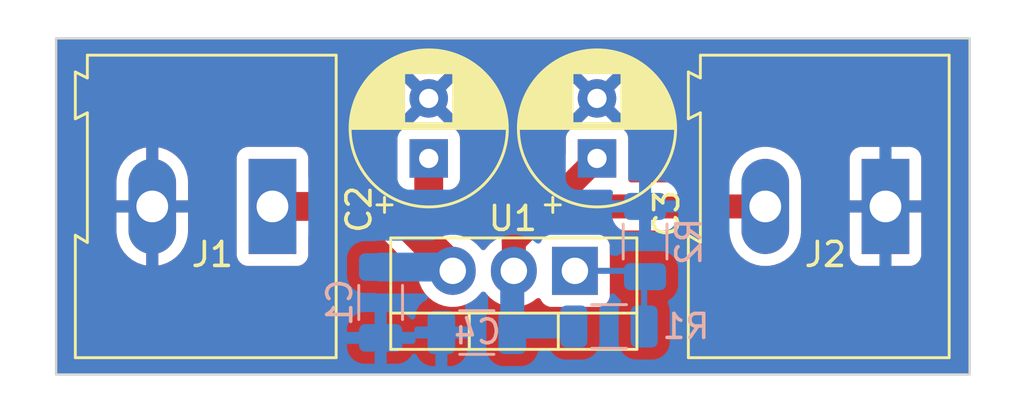
<source format=kicad_pcb>
(kicad_pcb (version 20221018) (generator pcbnew)
  (layers (0 "F.Cu" signal) (31 "B.Cu" signal) (34 "B.Paste" user) (35 "F.Paste" user) (36 "B.SilkS" user "B.Silkscreen") (37 "F.SilkS" user "F.Silkscreen") (38 "B.Mask" user) (39 "F.Mask" user) (44 "Edge.Cuts" user))
  (net 0 "")
  (net 1 "GND")
  (net 2 "/adj")
  (net 3 "/wejście")
  (net 4 "/wyjście")
  (footprint "Package_TO_SOT_THT:TO-220-3_Vertical" (layer "F.Cu") (at 132.58 81.182379 180)
    (fp_text reference "U1" (at 2.58 2.182379) (layer "F.SilkS"))
    (fp_text value "LM317_TO-220")
    (fp_line (start -2.58 -3.27) (end -2.58 1.371) (stroke (width 0.12)) (layer "F.SilkS"))
    (fp_line (start -2.58 -3.27) (end 7.66 -3.27) (stroke (width 0.12)) (layer "F.SilkS"))
    (fp_line (start -2.58 -1.76) (end 7.66 -1.76) (stroke (width 0.12)) (layer "F.SilkS"))
    (fp_line (start -2.58 1.371) (end 7.66 1.371) (stroke (width 0.12)) (layer "F.SilkS"))
    (fp_line (start 0.69 -3.27) (end 0.69 -1.76) (stroke (width 0.12)) (layer "F.SilkS"))
    (fp_line (start 4.391 -3.27) (end 4.391 -1.76) (stroke (width 0.12)) (layer "F.SilkS"))
    (fp_line (start 7.66 -3.27) (end 7.66 1.371) (stroke (width 0.12)) (layer "F.SilkS"))
    (pad "1" thru_hole rect (at 0 0 180) (size 1.905 2) (drill 1.1) (layers "*.Cu" "*.Mask") (net 2 "/adj"))
    (pad "2" thru_hole oval (at 2.54 0 180) (size 1.905 2) (drill 1.1) (layers "*.Cu" "*.Mask") (net 4 "/wyjście"))
    (pad "3" thru_hole oval (at 5.08 0 180) (size 1.905 2) (drill 1.1) (layers "*.Cu" "*.Mask") (net 3 "/wejście"))
  )
  (footprint "TerminalBlock:TerminalBlock_Altech_AK300-2_P5.00mm" (layer "F.Cu") (at 145.5 78.5 180)
    (fp_text reference "J2" (at 2.5 -2) (layer "F.SilkS"))
    (fp_text value "Screw_Terminal_01x02")
    (fp_line (start -2.65 -6.3) (end -2.65 6.3) (stroke (width 0.12)) (layer "F.SilkS"))
    (fp_line (start -2.65 6.3) (end 7.7 6.3) (stroke (width 0.12)) (layer "F.SilkS"))
    (fp_line (start 7.7 -1.5) (end 8.2 -1.2) (stroke (width 0.12)) (layer "F.SilkS"))
    (fp_line (start 7.7 3.9) (end 7.7 -1.5) (stroke (width 0.12)) (layer "F.SilkS"))
    (fp_line (start 7.7 5.35) (end 8.2 5.6) (stroke (width 0.12)) (layer "F.SilkS"))
    (fp_line (start 7.7 6.3) (end 7.7 5.35) (stroke (width 0.12)) (layer "F.SilkS"))
    (fp_line (start 8.2 -6.3) (end -2.65 -6.3) (stroke (width 0.12)) (layer "F.SilkS"))
    (fp_line (start 8.2 -1.2) (end 8.2 -6.3) (stroke (width 0.12)) (layer "F.SilkS"))
    (fp_line (start 8.2 3.65) (end 7.7 3.9) (stroke (width 0.12)) (layer "F.SilkS"))
    (fp_line (start 8.2 3.7) (end 8.2 3.65) (stroke (width 0.12)) (layer "F.SilkS"))
    (fp_line (start 8.2 5.6) (end 8.2 3.7) (stroke (width 0.12)) (layer "F.SilkS"))
    (pad "1" thru_hole rect (at 0 0 180) (size 1.98 3.96) (drill 1.32) (layers "*.Cu" "*.Mask") (net 1 "GND"))
    (pad "2" thru_hole oval (at 5 0 180) (size 1.98 3.96) (drill 1.32) (layers "*.Cu" "*.Mask") (net 4 "/wyjście"))
  )
  (footprint "TerminalBlock:TerminalBlock_Altech_AK300-2_P5.00mm" (layer "F.Cu") (at 120 78.5 180)
    (fp_text reference "J1" (at 2.5 -2) (layer "F.SilkS"))
    (fp_text value "Screw_Terminal_01x02")
    (fp_line (start -2.65 -6.3) (end -2.65 6.3) (stroke (width 0.12)) (layer "F.SilkS"))
    (fp_line (start -2.65 6.3) (end 7.7 6.3) (stroke (width 0.12)) (layer "F.SilkS"))
    (fp_line (start 7.7 -1.5) (end 8.2 -1.2) (stroke (width 0.12)) (layer "F.SilkS"))
    (fp_line (start 7.7 3.9) (end 7.7 -1.5) (stroke (width 0.12)) (layer "F.SilkS"))
    (fp_line (start 7.7 5.35) (end 8.2 5.6) (stroke (width 0.12)) (layer "F.SilkS"))
    (fp_line (start 7.7 6.3) (end 7.7 5.35) (stroke (width 0.12)) (layer "F.SilkS"))
    (fp_line (start 8.2 -6.3) (end -2.65 -6.3) (stroke (width 0.12)) (layer "F.SilkS"))
    (fp_line (start 8.2 -1.2) (end 8.2 -6.3) (stroke (width 0.12)) (layer "F.SilkS"))
    (fp_line (start 8.2 3.65) (end 7.7 3.9) (stroke (width 0.12)) (layer "F.SilkS"))
    (fp_line (start 8.2 3.7) (end 8.2 3.65) (stroke (width 0.12)) (layer "F.SilkS"))
    (fp_line (start 8.2 5.6) (end 8.2 3.7) (stroke (width 0.12)) (layer "F.SilkS"))
    (pad "1" thru_hole rect (at 0 0 180) (size 1.98 3.96) (drill 1.32) (layers "*.Cu" "*.Mask") (net 3 "/wejście"))
    (pad "2" thru_hole oval (at 5 0 180) (size 1.98 3.96) (drill 1.32) (layers "*.Cu" "*.Mask") (net 1 "GND"))
  )
  (footprint "Capacitor_THT:CP_Radial_D6.3mm_P2.50mm" (layer "F.Cu") (at 133.5 76.5 90)
    (fp_text reference "C3" (at -2.3 2.9 90) (layer "F.SilkS"))
    (fp_text value "470u")
    (fp_line (start -2.250241 -1.839) (end -1.620241 -1.839) (stroke (width 0.12)) (layer "F.SilkS"))
    (fp_line (start -1.935241 -2.154) (end -1.935241 -1.524) (stroke (width 0.12)) (layer "F.SilkS"))
    (fp_line (start 1.25 -3.23) (end 1.25 3.23) (stroke (width 0.12)) (layer "F.SilkS"))
    (fp_line (start 1.29 -3.23) (end 1.29 3.23) (stroke (width 0.12)) (layer "F.SilkS"))
    (fp_line (start 1.33 -3.23) (end 1.33 3.23) (stroke (width 0.12)) (layer "F.SilkS"))
    (fp_line (start 1.37 -3.228) (end 1.37 3.228) (stroke (width 0.12)) (layer "F.SilkS"))
    (fp_line (start 1.41 -3.227) (end 1.41 3.227) (stroke (width 0.12)) (layer "F.SilkS"))
    (fp_line (start 1.45 -3.224) (end 1.45 3.224) (stroke (width 0.12)) (layer "F.SilkS"))
    (fp_line (start 1.49 -3.222) (end 1.49 -1.04) (stroke (width 0.12)) (layer "F.SilkS"))
    (fp_line (start 1.49 1.04) (end 1.49 3.222) (stroke (width 0.12)) (layer "F.SilkS"))
    (fp_line (start 1.53 -3.218) (end 1.53 -1.04) (stroke (width 0.12)) (layer "F.SilkS"))
    (fp_line (start 1.53 1.04) (end 1.53 3.218) (stroke (width 0.12)) (layer "F.SilkS"))
    (fp_line (start 1.57 -3.215) (end 1.57 -1.04) (stroke (width 0.12)) (layer "F.SilkS"))
    (fp_line (start 1.57 1.04) (end 1.57 3.215) (stroke (width 0.12)) (layer "F.SilkS"))
    (fp_line (start 1.61 -3.211) (end 1.61 -1.04) (stroke (width 0.12)) (layer "F.SilkS"))
    (fp_line (start 1.61 1.04) (end 1.61 3.211) (stroke (width 0.12)) (layer "F.SilkS"))
    (fp_line (start 1.65 -3.206) (end 1.65 -1.04) (stroke (width 0.12)) (layer "F.SilkS"))
    (fp_line (start 1.65 1.04) (end 1.65 3.206) (stroke (width 0.12)) (layer "F.SilkS"))
    (fp_line (start 1.69 -3.201) (end 1.69 -1.04) (stroke (width 0.12)) (layer "F.SilkS"))
    (fp_line (start 1.69 1.04) (end 1.69 3.201) (stroke (width 0.12)) (layer "F.SilkS"))
    (fp_line (start 1.73 -3.195) (end 1.73 -1.04) (stroke (width 0.12)) (layer "F.SilkS"))
    (fp_line (start 1.73 1.04) (end 1.73 3.195) (stroke (width 0.12)) (layer "F.SilkS"))
    (fp_line (start 1.77 -3.189) (end 1.77 -1.04) (stroke (width 0.12)) (layer "F.SilkS"))
    (fp_line (start 1.77 1.04) (end 1.77 3.189) (stroke (width 0.12)) (layer "F.SilkS"))
    (fp_line (start 1.81 -3.182) (end 1.81 -1.04) (stroke (width 0.12)) (layer "F.SilkS"))
    (fp_line (start 1.81 1.04) (end 1.81 3.182) (stroke (width 0.12)) (layer "F.SilkS"))
    (fp_line (start 1.85 -3.175) (end 1.85 -1.04) (stroke (width 0.12)) (layer "F.SilkS"))
    (fp_line (start 1.85 1.04) (end 1.85 3.175) (stroke (width 0.12)) (layer "F.SilkS"))
    (fp_line (start 1.89 -3.167) (end 1.89 -1.04) (stroke (width 0.12)) (layer "F.SilkS"))
    (fp_line (start 1.89 1.04) (end 1.89 3.167) (stroke (width 0.12)) (layer "F.SilkS"))
    (fp_line (start 1.93 -3.159) (end 1.93 -1.04) (stroke (width 0.12)) (layer "F.SilkS"))
    (fp_line (start 1.93 1.04) (end 1.93 3.159) (stroke (width 0.12)) (layer "F.SilkS"))
    (fp_line (start 1.971 -3.15) (end 1.971 -1.04) (stroke (width 0.12)) (layer "F.SilkS"))
    (fp_line (start 1.971 1.04) (end 1.971 3.15) (stroke (width 0.12)) (layer "F.SilkS"))
    (fp_line (start 2.011 -3.141) (end 2.011 -1.04) (stroke (width 0.12)) (layer "F.SilkS"))
    (fp_line (start 2.011 1.04) (end 2.011 3.141) (stroke (width 0.12)) (layer "F.SilkS"))
    (fp_line (start 2.051 -3.131) (end 2.051 -1.04) (stroke (width 0.12)) (layer "F.SilkS"))
    (fp_line (start 2.051 1.04) (end 2.051 3.131) (stroke (width 0.12)) (layer "F.SilkS"))
    (fp_line (start 2.091 -3.121) (end 2.091 -1.04) (stroke (width 0.12)) (layer "F.SilkS"))
    (fp_line (start 2.091 1.04) (end 2.091 3.121) (stroke (width 0.12)) (layer "F.SilkS"))
    (fp_line (start 2.131 -3.11) (end 2.131 -1.04) (stroke (width 0.12)) (layer "F.SilkS"))
    (fp_line (start 2.131 1.04) (end 2.131 3.11) (stroke (width 0.12)) (layer "F.SilkS"))
    (fp_line (start 2.171 -3.098) (end 2.171 -1.04) (stroke (width 0.12)) (layer "F.SilkS"))
    (fp_line (start 2.171 1.04) (end 2.171 3.098) (stroke (width 0.12)) (layer "F.SilkS"))
    (fp_line (start 2.211 -3.086) (end 2.211 -1.04) (stroke (width 0.12)) (layer "F.SilkS"))
    (fp_line (start 2.211 1.04) (end 2.211 3.086) (stroke (width 0.12)) (layer "F.SilkS"))
    (fp_line (start 2.251 -3.074) (end 2.251 -1.04) (stroke (width 0.12)) (layer "F.SilkS"))
    (fp_line (start 2.251 1.04) (end 2.251 3.074) (stroke (width 0.12)) (layer "F.SilkS"))
    (fp_line (start 2.291 -3.061) (end 2.291 -1.04) (stroke (width 0.12)) (layer "F.SilkS"))
    (fp_line (start 2.291 1.04) (end 2.291 3.061) (stroke (width 0.12)) (layer "F.SilkS"))
    (fp_line (start 2.331 -3.047) (end 2.331 -1.04) (stroke (width 0.12)) (layer "F.SilkS"))
    (fp_line (start 2.331 1.04) (end 2.331 3.047) (stroke (width 0.12)) (layer "F.SilkS"))
    (fp_line (start 2.371 -3.033) (end 2.371 -1.04) (stroke (width 0.12)) (layer "F.SilkS"))
    (fp_line (start 2.371 1.04) (end 2.371 3.033) (stroke (width 0.12)) (layer "F.SilkS"))
    (fp_line (start 2.411 -3.018) (end 2.411 -1.04) (stroke (width 0.12)) (layer "F.SilkS"))
    (fp_line (start 2.411 1.04) (end 2.411 3.018) (stroke (width 0.12)) (layer "F.SilkS"))
    (fp_line (start 2.451 -3.002) (end 2.451 -1.04) (stroke (width 0.12)) (layer "F.SilkS"))
    (fp_line (start 2.451 1.04) (end 2.451 3.002) (stroke (width 0.12)) (layer "F.SilkS"))
    (fp_line (start 2.491 -2.986) (end 2.491 -1.04) (stroke (width 0.12)) (layer "F.SilkS"))
    (fp_line (start 2.491 1.04) (end 2.491 2.986) (stroke (width 0.12)) (layer "F.SilkS"))
    (fp_line (start 2.531 -2.97) (end 2.531 -1.04) (stroke (width 0.12)) (layer "F.SilkS"))
    (fp_line (start 2.531 1.04) (end 2.531 2.97) (stroke (width 0.12)) (layer "F.SilkS"))
    (fp_line (start 2.571 -2.952) (end 2.571 -1.04) (stroke (width 0.12)) (layer "F.SilkS"))
    (fp_line (start 2.571 1.04) (end 2.571 2.952) (stroke (width 0.12)) (layer "F.SilkS"))
    (fp_line (start 2.611 -2.934) (end 2.611 -1.04) (stroke (width 0.12)) (layer "F.SilkS"))
    (fp_line (start 2.611 1.04) (end 2.611 2.934) (stroke (width 0.12)) (layer "F.SilkS"))
    (fp_line (start 2.651 -2.916) (end 2.651 -1.04) (stroke (width 0.12)) (layer "F.SilkS"))
    (fp_line (start 2.651 1.04) (end 2.651 2.916) (stroke (width 0.12)) (layer "F.SilkS"))
    (fp_line (start 2.691 -2.896) (end 2.691 -1.04) (stroke (width 0.12)) (layer "F.SilkS"))
    (fp_line (start 2.691 1.04) (end 2.691 2.896) (stroke (width 0.12)) (layer "F.SilkS"))
    (fp_line (start 2.731 -2.876) (end 2.731 -1.04) (stroke (width 0.12)) (layer "F.SilkS"))
    (fp_line (start 2.731 1.04) (end 2.731 2.876) (stroke (width 0.12)) (layer "F.SilkS"))
    (fp_line (start 2.771 -2.856) (end 2.771 -1.04) (stroke (width 0.12)) (layer "F.SilkS"))
    (fp_line (start 2.771 1.04) (end 2.771 2.856) (stroke (width 0.12)) (layer "F.SilkS"))
    (fp_line (start 2.811 -2.834) (end 2.811 -1.04) (stroke (width 0.12)) (layer "F.SilkS"))
    (fp_line (start 2.811 1.04) (end 2.811 2.834) (stroke (width 0.12)) (layer "F.SilkS"))
    (fp_line (start 2.851 -2.812) (end 2.851 -1.04) (stroke (width 0.12)) (layer "F.SilkS"))
    (fp_line (start 2.851 1.04) (end 2.851 2.812) (stroke (width 0.12)) (layer "F.SilkS"))
    (fp_line (start 2.891 -2.79) (end 2.891 -1.04) (stroke (width 0.12)) (layer "F.SilkS"))
    (fp_line (start 2.891 1.04) (end 2.891 2.79) (stroke (width 0.12)) (layer "F.SilkS"))
    (fp_line (start 2.931 -2.766) (end 2.931 -1.04) (stroke (width 0.12)) (layer "F.SilkS"))
    (fp_line (start 2.931 1.04) (end 2.931 2.766) (stroke (width 0.12)) (layer "F.SilkS"))
    (fp_line (start 2.971 -2.742) (end 2.971 -1.04) (stroke (width 0.12)) (layer "F.SilkS"))
    (fp_line (start 2.971 1.04) (end 2.971 2.742) (stroke (width 0.12)) (layer "F.SilkS"))
    (fp_line (start 3.011 -2.716) (end 3.011 -1.04) (stroke (width 0.12)) (layer "F.SilkS"))
    (fp_line (start 3.011 1.04) (end 3.011 2.716) (stroke (width 0.12)) (layer "F.SilkS"))
    (fp_line (start 3.051 -2.69) (end 3.051 -1.04) (stroke (width 0.12)) (layer "F.SilkS"))
    (fp_line (start 3.051 1.04) (end 3.051 2.69) (stroke (width 0.12)) (layer "F.SilkS"))
    (fp_line (start 3.091 -2.664) (end 3.091 -1.04) (stroke (width 0.12)) (layer "F.SilkS"))
    (fp_line (start 3.091 1.04) (end 3.091 2.664) (stroke (width 0.12)) (layer "F.SilkS"))
    (fp_line (start 3.131 -2.636) (end 3.131 -1.04) (stroke (width 0.12)) (layer "F.SilkS"))
    (fp_line (start 3.131 1.04) (end 3.131 2.636) (stroke (width 0.12)) (layer "F.SilkS"))
    (fp_line (start 3.171 -2.607) (end 3.171 -1.04) (stroke (width 0.12)) (layer "F.SilkS"))
    (fp_line (start 3.171 1.04) (end 3.171 2.607) (stroke (width 0.12)) (layer "F.SilkS"))
    (fp_line (start 3.211 -2.578) (end 3.211 -1.04) (stroke (width 0.12)) (layer "F.SilkS"))
    (fp_line (start 3.211 1.04) (end 3.211 2.578) (stroke (width 0.12)) (layer "F.SilkS"))
    (fp_line (start 3.251 -2.548) (end 3.251 -1.04) (stroke (width 0.12)) (layer "F.SilkS"))
    (fp_line (start 3.251 1.04) (end 3.251 2.548) (stroke (width 0.12)) (layer "F.SilkS"))
    (fp_line (start 3.291 -2.516) (end 3.291 -1.04) (stroke (width 0.12)) (layer "F.SilkS"))
    (fp_line (start 3.291 1.04) (end 3.291 2.516) (stroke (width 0.12)) (layer "F.SilkS"))
    (fp_line (start 3.331 -2.484) (end 3.331 -1.04) (stroke (width 0.12)) (layer "F.SilkS"))
    (fp_line (start 3.331 1.04) (end 3.331 2.484) (stroke (width 0.12)) (layer "F.SilkS"))
    (fp_line (start 3.371 -2.45) (end 3.371 -1.04) (stroke (width 0.12)) (layer "F.SilkS"))
    (fp_line (start 3.371 1.04) (end 3.371 2.45) (stroke (width 0.12)) (layer "F.SilkS"))
    (fp_line (start 3.411 -2.416) (end 3.411 -1.04) (stroke (width 0.12)) (layer "F.SilkS"))
    (fp_line (start 3.411 1.04) (end 3.411 2.416) (stroke (width 0.12)) (layer "F.SilkS"))
    (fp_line (start 3.451 -2.38) (end 3.451 -1.04) (stroke (width 0.12)) (layer "F.SilkS"))
    (fp_line (start 3.451 1.04) (end 3.451 2.38) (stroke (width 0.12)) (layer "F.SilkS"))
    (fp_line (start 3.491 -2.343) (end 3.491 -1.04) (stroke (width 0.12)) (layer "F.SilkS"))
    (fp_line (start 3.491 1.04) (end 3.491 2.343) (stroke (width 0.12)) (layer "F.SilkS"))
    (fp_line (start 3.531 -2.305) (end 3.531 -1.04) (stroke (width 0.12)) (layer "F.SilkS"))
    (fp_line (start 3.531 1.04) (end 3.531 2.305) (stroke (width 0.12)) (layer "F.SilkS"))
    (fp_line (start 3.571 -2.265) (end 3.571 2.265) (stroke (width 0.12)) (layer "F.SilkS"))
    (fp_line (start 3.611 -2.224) (end 3.611 2.224) (stroke (width 0.12)) (layer "F.SilkS"))
    (fp_line (start 3.651 -2.182) (end 3.651 2.182) (stroke (width 0.12)) (layer "F.SilkS"))
    (fp_line (start 3.691 -2.137) (end 3.691 2.137) (stroke (width 0.12)) (layer "F.SilkS"))
    (fp_line (start 3.731 -2.092) (end 3.731 2.092) (stroke (width 0.12)) (layer "F.SilkS"))
    (fp_line (start 3.771 -2.044) (end 3.771 2.044) (stroke (width 0.12)) (layer "F.SilkS"))
    (fp_line (start 3.811 -1.995) (end 3.811 1.995) (stroke (width 0.12)) (layer "F.SilkS"))
    (fp_line (start 3.851 -1.944) (end 3.851 1.944) (stroke (width 0.12)) (layer "F.SilkS"))
    (fp_line (start 3.891 -1.89) (end 3.891 1.89) (stroke (width 0.12)) (layer "F.SilkS"))
    (fp_line (start 3.931 -1.834) (end 3.931 1.834) (stroke (width 0.12)) (layer "F.SilkS"))
    (fp_line (start 3.971 -1.776) (end 3.971 1.776) (stroke (width 0.12)) (layer "F.SilkS"))
    (fp_line (start 4.011 -1.714) (end 4.011 1.714) (stroke (width 0.12)) (layer "F.SilkS"))
    (fp_line (start 4.051 -1.65) (end 4.051 1.65) (stroke (width 0.12)) (layer "F.SilkS"))
    (fp_line (start 4.091 -1.581) (end 4.091 1.581) (stroke (width 0.12)) (layer "F.SilkS"))
    (fp_line (start 4.131 -1.509) (end 4.131 1.509) (stroke (width 0.12)) (layer "F.SilkS"))
    (fp_line (start 4.171 -1.432) (end 4.171 1.432) (stroke (width 0.12)) (layer "F.SilkS"))
    (fp_line (start 4.211 -1.35) (end 4.211 1.35) (stroke (width 0.12)) (layer "F.SilkS"))
    (fp_line (start 4.251 -1.262) (end 4.251 1.262) (stroke (width 0.12)) (layer "F.SilkS"))
    (fp_line (start 4.291 -1.165) (end 4.291 1.165) (stroke (width 0.12)) (layer "F.SilkS"))
    (fp_line (start 4.331 -1.059) (end 4.331 1.059) (stroke (width 0.12)) (layer "F.SilkS"))
    (fp_line (start 4.371 -0.94) (end 4.371 0.94) (stroke (width 0.12)) (layer "F.SilkS"))
    (fp_line (start 4.411 -0.802) (end 4.411 0.802) (stroke (width 0.12)) (layer "F.SilkS"))
    (fp_line (start 4.451 -0.633) (end 4.451 0.633) (stroke (width 0.12)) (layer "F.SilkS"))
    (fp_line (start 4.491 -0.402) (end 4.491 0.402) (stroke (width 0.12)) (layer "F.SilkS"))
    (fp_circle (center 1.25 0) (end 4.52 0) (stroke (width 0.12)) (fill none) (layer "F.SilkS"))
    (pad "1" thru_hole rect (at 0 0 90) (size 1.6 1.6) (drill 0.8) (layers "*.Cu" "*.Mask") (net 4 "/wyjście"))
    (pad "2" thru_hole circle (at 2.5 0 90) (size 1.6 1.6) (drill 0.8) (layers "*.Cu" "*.Mask") (net 1 "GND"))
  )
  (footprint "Capacitor_THT:CP_Radial_D6.3mm_P2.50mm" (layer "F.Cu") (at 126.5 76.5 90)
    (fp_text reference "C2" (at -2.117621 -2.9 90) (layer "F.SilkS"))
    (fp_text value "470u")
    (fp_line (start -2.250241 -1.839) (end -1.620241 -1.839) (stroke (width 0.12)) (layer "F.SilkS"))
    (fp_line (start -1.935241 -2.154) (end -1.935241 -1.524) (stroke (width 0.12)) (layer "F.SilkS"))
    (fp_line (start 1.25 -3.23) (end 1.25 3.23) (stroke (width 0.12)) (layer "F.SilkS"))
    (fp_line (start 1.29 -3.23) (end 1.29 3.23) (stroke (width 0.12)) (layer "F.SilkS"))
    (fp_line (start 1.33 -3.23) (end 1.33 3.23) (stroke (width 0.12)) (layer "F.SilkS"))
    (fp_line (start 1.37 -3.228) (end 1.37 3.228) (stroke (width 0.12)) (layer "F.SilkS"))
    (fp_line (start 1.41 -3.227) (end 1.41 3.227) (stroke (width 0.12)) (layer "F.SilkS"))
    (fp_line (start 1.45 -3.224) (end 1.45 3.224) (stroke (width 0.12)) (layer "F.SilkS"))
    (fp_line (start 1.49 -3.222) (end 1.49 -1.04) (stroke (width 0.12)) (layer "F.SilkS"))
    (fp_line (start 1.49 1.04) (end 1.49 3.222) (stroke (width 0.12)) (layer "F.SilkS"))
    (fp_line (start 1.53 -3.218) (end 1.53 -1.04) (stroke (width 0.12)) (layer "F.SilkS"))
    (fp_line (start 1.53 1.04) (end 1.53 3.218) (stroke (width 0.12)) (layer "F.SilkS"))
    (fp_line (start 1.57 -3.215) (end 1.57 -1.04) (stroke (width 0.12)) (layer "F.SilkS"))
    (fp_line (start 1.57 1.04) (end 1.57 3.215) (stroke (width 0.12)) (layer "F.SilkS"))
    (fp_line (start 1.61 -3.211) (end 1.61 -1.04) (stroke (width 0.12)) (layer "F.SilkS"))
    (fp_line (start 1.61 1.04) (end 1.61 3.211) (stroke (width 0.12)) (layer "F.SilkS"))
    (fp_line (start 1.65 -3.206) (end 1.65 -1.04) (stroke (width 0.12)) (layer "F.SilkS"))
    (fp_line (start 1.65 1.04) (end 1.65 3.206) (stroke (width 0.12)) (layer "F.SilkS"))
    (fp_line (start 1.69 -3.201) (end 1.69 -1.04) (stroke (width 0.12)) (layer "F.SilkS"))
    (fp_line (start 1.69 1.04) (end 1.69 3.201) (stroke (width 0.12)) (layer "F.SilkS"))
    (fp_line (start 1.73 -3.195) (end 1.73 -1.04) (stroke (width 0.12)) (layer "F.SilkS"))
    (fp_line (start 1.73 1.04) (end 1.73 3.195) (stroke (width 0.12)) (layer "F.SilkS"))
    (fp_line (start 1.77 -3.189) (end 1.77 -1.04) (stroke (width 0.12)) (layer "F.SilkS"))
    (fp_line (start 1.77 1.04) (end 1.77 3.189) (stroke (width 0.12)) (layer "F.SilkS"))
    (fp_line (start 1.81 -3.182) (end 1.81 -1.04) (stroke (width 0.12)) (layer "F.SilkS"))
    (fp_line (start 1.81 1.04) (end 1.81 3.182) (stroke (width 0.12)) (layer "F.SilkS"))
    (fp_line (start 1.85 -3.175) (end 1.85 -1.04) (stroke (width 0.12)) (layer "F.SilkS"))
    (fp_line (start 1.85 1.04) (end 1.85 3.175) (stroke (width 0.12)) (layer "F.SilkS"))
    (fp_line (start 1.89 -3.167) (end 1.89 -1.04) (stroke (width 0.12)) (layer "F.SilkS"))
    (fp_line (start 1.89 1.04) (end 1.89 3.167) (stroke (width 0.12)) (layer "F.SilkS"))
    (fp_line (start 1.93 -3.159) (end 1.93 -1.04) (stroke (width 0.12)) (layer "F.SilkS"))
    (fp_line (start 1.93 1.04) (end 1.93 3.159) (stroke (width 0.12)) (layer "F.SilkS"))
    (fp_line (start 1.971 -3.15) (end 1.971 -1.04) (stroke (width 0.12)) (layer "F.SilkS"))
    (fp_line (start 1.971 1.04) (end 1.971 3.15) (stroke (width 0.12)) (layer "F.SilkS"))
    (fp_line (start 2.011 -3.141) (end 2.011 -1.04) (stroke (width 0.12)) (layer "F.SilkS"))
    (fp_line (start 2.011 1.04) (end 2.011 3.141) (stroke (width 0.12)) (layer "F.SilkS"))
    (fp_line (start 2.051 -3.131) (end 2.051 -1.04) (stroke (width 0.12)) (layer "F.SilkS"))
    (fp_line (start 2.051 1.04) (end 2.051 3.131) (stroke (width 0.12)) (layer "F.SilkS"))
    (fp_line (start 2.091 -3.121) (end 2.091 -1.04) (stroke (width 0.12)) (layer "F.SilkS"))
    (fp_line (start 2.091 1.04) (end 2.091 3.121) (stroke (width 0.12)) (layer "F.SilkS"))
    (fp_line (start 2.131 -3.11) (end 2.131 -1.04) (stroke (width 0.12)) (layer "F.SilkS"))
    (fp_line (start 2.131 1.04) (end 2.131 3.11) (stroke (width 0.12)) (layer "F.SilkS"))
    (fp_line (start 2.171 -3.098) (end 2.171 -1.04) (stroke (width 0.12)) (layer "F.SilkS"))
    (fp_line (start 2.171 1.04) (end 2.171 3.098) (stroke (width 0.12)) (layer "F.SilkS"))
    (fp_line (start 2.211 -3.086) (end 2.211 -1.04) (stroke (width 0.12)) (layer "F.SilkS"))
    (fp_line (start 2.211 1.04) (end 2.211 3.086) (stroke (width 0.12)) (layer "F.SilkS"))
    (fp_line (start 2.251 -3.074) (end 2.251 -1.04) (stroke (width 0.12)) (layer "F.SilkS"))
    (fp_line (start 2.251 1.04) (end 2.251 3.074) (stroke (width 0.12)) (layer "F.SilkS"))
    (fp_line (start 2.291 -3.061) (end 2.291 -1.04) (stroke (width 0.12)) (layer "F.SilkS"))
    (fp_line (start 2.291 1.04) (end 2.291 3.061) (stroke (width 0.12)) (layer "F.SilkS"))
    (fp_line (start 2.331 -3.047) (end 2.331 -1.04) (stroke (width 0.12)) (layer "F.SilkS"))
    (fp_line (start 2.331 1.04) (end 2.331 3.047) (stroke (width 0.12)) (layer "F.SilkS"))
    (fp_line (start 2.371 -3.033) (end 2.371 -1.04) (stroke (width 0.12)) (layer "F.SilkS"))
    (fp_line (start 2.371 1.04) (end 2.371 3.033) (stroke (width 0.12)) (layer "F.SilkS"))
    (fp_line (start 2.411 -3.018) (end 2.411 -1.04) (stroke (width 0.12)) (layer "F.SilkS"))
    (fp_line (start 2.411 1.04) (end 2.411 3.018) (stroke (width 0.12)) (layer "F.SilkS"))
    (fp_line (start 2.451 -3.002) (end 2.451 -1.04) (stroke (width 0.12)) (layer "F.SilkS"))
    (fp_line (start 2.451 1.04) (end 2.451 3.002) (stroke (width 0.12)) (layer "F.SilkS"))
    (fp_line (start 2.491 -2.986) (end 2.491 -1.04) (stroke (width 0.12)) (layer "F.SilkS"))
    (fp_line (start 2.491 1.04) (end 2.491 2.986) (stroke (width 0.12)) (layer "F.SilkS"))
    (fp_line (start 2.531 -2.97) (end 2.531 -1.04) (stroke (width 0.12)) (layer "F.SilkS"))
    (fp_line (start 2.531 1.04) (end 2.531 2.97) (stroke (width 0.12)) (layer "F.SilkS"))
    (fp_line (start 2.571 -2.952) (end 2.571 -1.04) (stroke (width 0.12)) (layer "F.SilkS"))
    (fp_line (start 2.571 1.04) (end 2.571 2.952) (stroke (width 0.12)) (layer "F.SilkS"))
    (fp_line (start 2.611 -2.934) (end 2.611 -1.04) (stroke (width 0.12)) (layer "F.SilkS"))
    (fp_line (start 2.611 1.04) (end 2.611 2.934) (stroke (width 0.12)) (layer "F.SilkS"))
    (fp_line (start 2.651 -2.916) (end 2.651 -1.04) (stroke (width 0.12)) (layer "F.SilkS"))
    (fp_line (start 2.651 1.04) (end 2.651 2.916) (stroke (width 0.12)) (layer "F.SilkS"))
    (fp_line (start 2.691 -2.896) (end 2.691 -1.04) (stroke (width 0.12)) (layer "F.SilkS"))
    (fp_line (start 2.691 1.04) (end 2.691 2.896) (stroke (width 0.12)) (layer "F.SilkS"))
    (fp_line (start 2.731 -2.876) (end 2.731 -1.04) (stroke (width 0.12)) (layer "F.SilkS"))
    (fp_line (start 2.731 1.04) (end 2.731 2.876) (stroke (width 0.12)) (layer "F.SilkS"))
    (fp_line (start 2.771 -2.856) (end 2.771 -1.04) (stroke (width 0.12)) (layer "F.SilkS"))
    (fp_line (start 2.771 1.04) (end 2.771 2.856) (stroke (width 0.12)) (layer "F.SilkS"))
    (fp_line (start 2.811 -2.834) (end 2.811 -1.04) (stroke (width 0.12)) (layer "F.SilkS"))
    (fp_line (start 2.811 1.04) (end 2.811 2.834) (stroke (width 0.12)) (layer "F.SilkS"))
    (fp_line (start 2.851 -2.812) (end 2.851 -1.04) (stroke (width 0.12)) (layer "F.SilkS"))
    (fp_line (start 2.851 1.04) (end 2.851 2.812) (stroke (width 0.12)) (layer "F.SilkS"))
    (fp_line (start 2.891 -2.79) (end 2.891 -1.04) (stroke (width 0.12)) (layer "F.SilkS"))
    (fp_line (start 2.891 1.04) (end 2.891 2.79) (stroke (width 0.12)) (layer "F.SilkS"))
    (fp_line (start 2.931 -2.766) (end 2.931 -1.04) (stroke (width 0.12)) (layer "F.SilkS"))
    (fp_line (start 2.931 1.04) (end 2.931 2.766) (stroke (width 0.12)) (layer "F.SilkS"))
    (fp_line (start 2.971 -2.742) (end 2.971 -1.04) (stroke (width 0.12)) (layer "F.SilkS"))
    (fp_line (start 2.971 1.04) (end 2.971 2.742) (stroke (width 0.12)) (layer "F.SilkS"))
    (fp_line (start 3.011 -2.716) (end 3.011 -1.04) (stroke (width 0.12)) (layer "F.SilkS"))
    (fp_line (start 3.011 1.04) (end 3.011 2.716) (stroke (width 0.12)) (layer "F.SilkS"))
    (fp_line (start 3.051 -2.69) (end 3.051 -1.04) (stroke (width 0.12)) (layer "F.SilkS"))
    (fp_line (start 3.051 1.04) (end 3.051 2.69) (stroke (width 0.12)) (layer "F.SilkS"))
    (fp_line (start 3.091 -2.664) (end 3.091 -1.04) (stroke (width 0.12)) (layer "F.SilkS"))
    (fp_line (start 3.091 1.04) (end 3.091 2.664) (stroke (width 0.12)) (layer "F.SilkS"))
    (fp_line (start 3.131 -2.636) (end 3.131 -1.04) (stroke (width 0.12)) (layer "F.SilkS"))
    (fp_line (start 3.131 1.04) (end 3.131 2.636) (stroke (width 0.12)) (layer "F.SilkS"))
    (fp_line (start 3.171 -2.607) (end 3.171 -1.04) (stroke (width 0.12)) (layer "F.SilkS"))
    (fp_line (start 3.171 1.04) (end 3.171 2.607) (stroke (width 0.12)) (layer "F.SilkS"))
    (fp_line (start 3.211 -2.578) (end 3.211 -1.04) (stroke (width 0.12)) (layer "F.SilkS"))
    (fp_line (start 3.211 1.04) (end 3.211 2.578) (stroke (width 0.12)) (layer "F.SilkS"))
    (fp_line (start 3.251 -2.548) (end 3.251 -1.04) (stroke (width 0.12)) (layer "F.SilkS"))
    (fp_line (start 3.251 1.04) (end 3.251 2.548) (stroke (width 0.12)) (layer "F.SilkS"))
    (fp_line (start 3.291 -2.516) (end 3.291 -1.04) (stroke (width 0.12)) (layer "F.SilkS"))
    (fp_line (start 3.291 1.04) (end 3.291 2.516) (stroke (width 0.12)) (layer "F.SilkS"))
    (fp_line (start 3.331 -2.484) (end 3.331 -1.04) (stroke (width 0.12)) (layer "F.SilkS"))
    (fp_line (start 3.331 1.04) (end 3.331 2.484) (stroke (width 0.12)) (layer "F.SilkS"))
    (fp_line (start 3.371 -2.45) (end 3.371 -1.04) (stroke (width 0.12)) (layer "F.SilkS"))
    (fp_line (start 3.371 1.04) (end 3.371 2.45) (stroke (width 0.12)) (layer "F.SilkS"))
    (fp_line (start 3.411 -2.416) (end 3.411 -1.04) (stroke (width 0.12)) (layer "F.SilkS"))
    (fp_line (start 3.411 1.04) (end 3.411 2.416) (stroke (width 0.12)) (layer "F.SilkS"))
    (fp_line (start 3.451 -2.38) (end 3.451 -1.04) (stroke (width 0.12)) (layer "F.SilkS"))
    (fp_line (start 3.451 1.04) (end 3.451 2.38) (stroke (width 0.12)) (layer "F.SilkS"))
    (fp_line (start 3.491 -2.343) (end 3.491 -1.04) (stroke (width 0.12)) (layer "F.SilkS"))
    (fp_line (start 3.491 1.04) (end 3.491 2.343) (stroke (width 0.12)) (layer "F.SilkS"))
    (fp_line (start 3.531 -2.305) (end 3.531 -1.04) (stroke (width 0.12)) (layer "F.SilkS"))
    (fp_line (start 3.531 1.04) (end 3.531 2.305) (stroke (width 0.12)) (layer "F.SilkS"))
    (fp_line (start 3.571 -2.265) (end 3.571 2.265) (stroke (width 0.12)) (layer "F.SilkS"))
    (fp_line (start 3.611 -2.224) (end 3.611 2.224) (stroke (width 0.12)) (layer "F.SilkS"))
    (fp_line (start 3.651 -2.182) (end 3.651 2.182) (stroke (width 0.12)) (layer "F.SilkS"))
    (fp_line (start 3.691 -2.137) (end 3.691 2.137) (stroke (width 0.12)) (layer "F.SilkS"))
    (fp_line (start 3.731 -2.092) (end 3.731 2.092) (stroke (width 0.12)) (layer "F.SilkS"))
    (fp_line (start 3.771 -2.044) (end 3.771 2.044) (stroke (width 0.12)) (layer "F.SilkS"))
    (fp_line (start 3.811 -1.995) (end 3.811 1.995) (stroke (width 0.12)) (layer "F.SilkS"))
    (fp_line (start 3.851 -1.944) (end 3.851 1.944) (stroke (width 0.12)) (layer "F.SilkS"))
    (fp_line (start 3.891 -1.89) (end 3.891 1.89) (stroke (width 0.12)) (layer "F.SilkS"))
    (fp_line (start 3.931 -1.834) (end 3.931 1.834) (stroke (width 0.12)) (layer "F.SilkS"))
    (fp_line (start 3.971 -1.776) (end 3.971 1.776) (stroke (width 0.12)) (layer "F.SilkS"))
    (fp_line (start 4.011 -1.714) (end 4.011 1.714) (stroke (width 0.12)) (layer "F.SilkS"))
    (fp_line (start 4.051 -1.65) (end 4.051 1.65) (stroke (width 0.12)) (layer "F.SilkS"))
    (fp_line (start 4.091 -1.581) (end 4.091 1.581) (stroke (width 0.12)) (layer "F.SilkS"))
    (fp_line (start 4.131 -1.509) (end 4.131 1.509) (stroke (width 0.12)) (layer "F.SilkS"))
    (fp_line (start 4.171 -1.432) (end 4.171 1.432) (stroke (width 0.12)) (layer "F.SilkS"))
    (fp_line (start 4.211 -1.35) (end 4.211 1.35) (stroke (width 0.12)) (layer "F.SilkS"))
    (fp_line (start 4.251 -1.262) (end 4.251 1.262) (stroke (width 0.12)) (layer "F.SilkS"))
    (fp_line (start 4.291 -1.165) (end 4.291 1.165) (stroke (width 0.12)) (layer "F.SilkS"))
    (fp_line (start 4.331 -1.059) (end 4.331 1.059) (stroke (width 0.12)) (layer "F.SilkS"))
    (fp_line (start 4.371 -0.94) (end 4.371 0.94) (stroke (width 0.12)) (layer "F.SilkS"))
    (fp_line (start 4.411 -0.802) (end 4.411 0.802) (stroke (width 0.12)) (layer "F.SilkS"))
    (fp_line (start 4.451 -0.633) (end 4.451 0.633) (stroke (width 0.12)) (layer "F.SilkS"))
    (fp_line (start 4.491 -0.402) (end 4.491 0.402) (stroke (width 0.12)) (layer "F.SilkS"))
    (fp_circle (center 1.25 0) (end 4.52 0) (stroke (width 0.12)) (fill none) (layer "F.SilkS"))
    (pad "1" thru_hole rect (at 0 0 90) (size 1.6 1.6) (drill 0.8) (layers "*.Cu" "*.Mask") (net 3 "/wejście"))
    (pad "2" thru_hole circle (at 2.5 0 90) (size 1.6 1.6) (drill 0.8) (layers "*.Cu" "*.Mask") (net 1 "GND"))
  )
  (footprint "Capacitor_SMD:C_1206_3216Metric" (layer "B.Cu") (at 124.5 82.5 -90)
    (fp_text reference "C1" (at 0 1.7 -270) (layer "B.SilkS") (effects (justify mirror)))
    (fp_text value "100n")
    (fp_line (start -0.711252 -0.91) (end 0.711252 -0.91) (stroke (width 0.12)) (layer "B.SilkS"))
    (fp_line (start -0.711252 0.91) (end 0.711252 0.91) (stroke (width 0.12)) (layer "B.SilkS"))
    (pad "1" smd roundrect (at -1.475 0 270) (size 1.15 1.8) (layers "B.Cu" "B.Paste" "B.Mask") (roundrect_rratio 0.217391) (net 3 "/wejście"))
    (pad "2" smd roundrect (at 1.475 0 270) (size 1.15 1.8) (layers "B.Cu" "B.Paste" "B.Mask") (roundrect_rratio 0.217391) (net 1 "GND"))
  )
  (footprint "Resistor_SMD:R_1206_3216Metric" (layer "B.Cu") (at 135.5 79.9625 90)
    (fp_text reference "R2" (at 0 1.82 90) (layer "B.SilkS") (effects (justify mirror)))
    (fp_text value "750")
    (fp_line (start -0.727064 -0.91) (end 0.727064 -0.91) (stroke (width 0.12)) (layer "B.SilkS"))
    (fp_line (start -0.727064 0.91) (end 0.727064 0.91) (stroke (width 0.12)) (layer "B.SilkS"))
    (pad "1" smd roundrect (at -1.4625 0 90) (size 1.125 1.75) (layers "B.Cu" "B.Paste" "B.Mask") (roundrect_rratio 0.222222) (net 2 "/adj"))
    (pad "2" smd roundrect (at 1.4625 0 90) (size 1.125 1.75) (layers "B.Cu" "B.Paste" "B.Mask") (roundrect_rratio 0.222222) (net 1 "GND"))
  )
  (footprint "Resistor_SMD:R_1206_3216Metric" (layer "B.Cu") (at 134 83.5)
    (fp_text reference "R1" (at 3.2 0) (layer "B.SilkS") (effects (justify mirror)))
    (fp_text value "240")
    (fp_line (start -0.727064 -0.91) (end 0.727064 -0.91) (stroke (width 0.12)) (layer "B.SilkS"))
    (fp_line (start -0.727064 0.91) (end 0.727064 0.91) (stroke (width 0.12)) (layer "B.SilkS"))
    (pad "1" smd roundrect (at -1.4625 0) (size 1.125 1.75) (layers "B.Cu" "B.Paste" "B.Mask") (roundrect_rratio 0.222222) (net 4 "/wyjście"))
    (pad "2" smd roundrect (at 1.4625 0) (size 1.125 1.75) (layers "B.Cu" "B.Paste" "B.Mask") (roundrect_rratio 0.222222) (net 2 "/adj"))
  )
  (footprint "Capacitor_SMD:C_1206_3216Metric" (layer "B.Cu") (at 128.5 83.75 180)
    (fp_text reference "C4" (at -0.025791 0.026914) (layer "B.SilkS") (effects (justify mirror)))
    (fp_text value "100n")
    (fp_line (start -0.711252 -0.91) (end 0.711252 -0.91) (stroke (width 0.12)) (layer "B.SilkS"))
    (fp_line (start -0.711252 0.91) (end 0.711252 0.91) (stroke (width 0.12)) (layer "B.SilkS"))
    (pad "1" smd roundrect (at -1.475 0 180) (size 1.15 1.8) (layers "B.Cu" "B.Paste" "B.Mask") (roundrect_rratio 0.217391) (net 4 "/wyjście"))
    (pad "2" smd roundrect (at 1.475 0 180) (size 1.15 1.8) (layers "B.Cu" "B.Paste" "B.Mask") (roundrect_rratio 0.217391) (net 1 "GND"))
  )
  (gr_rect (start 111 71.5) (end 149 85.5) (stroke (width 0.1)) (fill none) (layer "Edge.Cuts"))
  (segment (start 135.4625 83.5) (end 135.4625 81.4625) (width 0.25) (layer "B.Cu") (net 2))
  (segment (start 135.4625 81.4625) (end 135.5 81.425) (width 0.25) (layer "B.Cu") (net 2))
  (segment (start 132.58 81.182379) (end 135.257379 81.182379) (width 0.25) (layer "B.Cu") (net 2))
  (segment (start 135.257379 81.182379) (end 135.5 81.425) (width 0.25) (layer "B.Cu") (net 2))
  (segment (start 126.5 80) (end 126.5 76.682379) (width 1.2) (layer "F.Cu") (net 3))
  (segment (start 124.817621 78.5) (end 127.5 81.182379) (width 1.2) (layer "F.Cu") (net 3))
  (segment (start 127.5 81.182379) (end 127.5 81) (width 1.2) (layer "F.Cu") (net 3))
  (segment (start 120 78.5) (end 124.817621 78.5) (width 1.2) (layer "F.Cu") (net 3))
  (segment (start 127.5 81) (end 126.5 80) (width 1.2) (layer "F.Cu") (net 3))
  (segment (start 124.5 81.025) (end 127.342621 81.025) (width 1.2) (layer "B.Cu") (net 3))
  (segment (start 127.342621 81.025) (end 127.5 81.182379) (width 1.2) (layer "B.Cu") (net 3))
  (segment (start 131.5 78.5) (end 130.04 79.96) (width 1) (layer "F.Cu") (net 4))
  (segment (start 130.04 79.96) (end 133.5 76.5) (width 1) (layer "F.Cu") (net 4))
  (segment (start 130.04 81.182379) (end 130.04 79.96) (width 1) (layer "F.Cu") (net 4))
  (segment (start 140.5 78.5) (end 131.5 78.5) (width 1) (layer "F.Cu") (net 4))
  (segment (start 132.5375 83.5) (end 129.975 83.5) (width 1) (layer "B.Cu") (net 4))
  (segment (start 129.975 83.5) (end 129.975 81.247379) (width 1) (layer "B.Cu") (net 4))
  (segment (start 129.975 81.247379) (end 130.04 81.182379) (width 1) (layer "B.Cu") (net 4))
  (zone (net 1) (net_name "GND") (layer "F.Cu") (connect_pads (clearance 0.5)) (min_thickness 0.25) (fill yes (thermal_gap 0.5) (thermal_bridge_width 0.5))
    (polygon (pts (xy 111 71.5) (xy 149 71.5) (xy 149 85.5) (xy 111 85.5)))
  )
  (zone (net 1) (net_name "GND") (layer "B.Cu") (priority 1) (connect_pads (clearance 0.5)) (min_thickness 0.25) (fill yes (thermal_gap 0.5) (thermal_bridge_width 0.5) (island_removal_mode 1) (island_area_min 10))
    (polygon (pts (xy 111 71.5) (xy 149 71.5) (xy 149 85.5) (xy 111 85.5)))
  )
)
</source>
